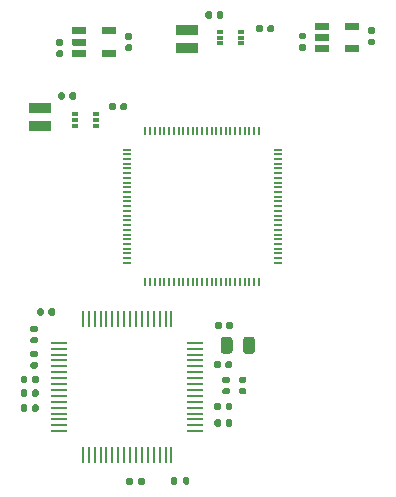
<source format=gtp>
G04 #@! TF.GenerationSoftware,KiCad,Pcbnew,(5.1.10)-1*
G04 #@! TF.CreationDate,2022-03-04T01:02:40-08:00*
G04 #@! TF.ProjectId,Chekov,4368656b-6f76-42e6-9b69-6361645f7063,rev?*
G04 #@! TF.SameCoordinates,Original*
G04 #@! TF.FileFunction,Paste,Top*
G04 #@! TF.FilePolarity,Positive*
%FSLAX46Y46*%
G04 Gerber Fmt 4.6, Leading zero omitted, Abs format (unit mm)*
G04 Created by KiCad (PCBNEW (5.1.10)-1) date 2022-03-04 01:02:40*
%MOMM*%
%LPD*%
G01*
G04 APERTURE LIST*
%ADD10O,0.200000X0.800000*%
%ADD11O,0.800000X0.200000*%
%ADD12R,1.346200X0.279400*%
%ADD13R,0.279400X1.346200*%
%ADD14R,0.500000X0.300000*%
%ADD15R,1.900000X0.850000*%
G04 APERTURE END LIST*
G04 #@! TO.C,R2*
G36*
G01*
X91113580Y-92120300D02*
X91113580Y-91750300D01*
G75*
G02*
X91248580Y-91615300I135000J0D01*
G01*
X91518580Y-91615300D01*
G75*
G02*
X91653580Y-91750300I0J-135000D01*
G01*
X91653580Y-92120300D01*
G75*
G02*
X91518580Y-92255300I-135000J0D01*
G01*
X91248580Y-92255300D01*
G75*
G02*
X91113580Y-92120300I0J135000D01*
G01*
G37*
G36*
G01*
X90093580Y-92120300D02*
X90093580Y-91750300D01*
G75*
G02*
X90228580Y-91615300I135000J0D01*
G01*
X90498580Y-91615300D01*
G75*
G02*
X90633580Y-91750300I0J-135000D01*
G01*
X90633580Y-92120300D01*
G75*
G02*
X90498580Y-92255300I-135000J0D01*
G01*
X90228580Y-92255300D01*
G75*
G02*
X90093580Y-92120300I0J135000D01*
G01*
G37*
G04 #@! TD*
G04 #@! TO.C,R1*
G36*
G01*
X94903260Y-92072040D02*
X94903260Y-91702040D01*
G75*
G02*
X95038260Y-91567040I135000J0D01*
G01*
X95308260Y-91567040D01*
G75*
G02*
X95443260Y-91702040I0J-135000D01*
G01*
X95443260Y-92072040D01*
G75*
G02*
X95308260Y-92207040I-135000J0D01*
G01*
X95038260Y-92207040D01*
G75*
G02*
X94903260Y-92072040I0J135000D01*
G01*
G37*
G36*
G01*
X93883260Y-92072040D02*
X93883260Y-91702040D01*
G75*
G02*
X94018260Y-91567040I135000J0D01*
G01*
X94288260Y-91567040D01*
G75*
G02*
X94423260Y-91702040I0J-135000D01*
G01*
X94423260Y-92072040D01*
G75*
G02*
X94288260Y-92207040I-135000J0D01*
G01*
X94018260Y-92207040D01*
G75*
G02*
X93883260Y-92072040I0J135000D01*
G01*
G37*
G04 #@! TD*
G04 #@! TO.C,C4*
G36*
G01*
X97764000Y-52621000D02*
X97764000Y-52281000D01*
G75*
G02*
X97904000Y-52141000I140000J0D01*
G01*
X98184000Y-52141000D01*
G75*
G02*
X98324000Y-52281000I0J-140000D01*
G01*
X98324000Y-52621000D01*
G75*
G02*
X98184000Y-52761000I-140000J0D01*
G01*
X97904000Y-52761000D01*
G75*
G02*
X97764000Y-52621000I0J140000D01*
G01*
G37*
G36*
G01*
X96804000Y-52621000D02*
X96804000Y-52281000D01*
G75*
G02*
X96944000Y-52141000I140000J0D01*
G01*
X97224000Y-52141000D01*
G75*
G02*
X97364000Y-52281000I0J-140000D01*
G01*
X97364000Y-52621000D01*
G75*
G02*
X97224000Y-52761000I-140000J0D01*
G01*
X96944000Y-52761000D01*
G75*
G02*
X96804000Y-52621000I0J140000D01*
G01*
G37*
G04 #@! TD*
G04 #@! TO.C,C8*
G36*
G01*
X99092600Y-79938860D02*
X99092600Y-80888860D01*
G75*
G02*
X98842600Y-81138860I-250000J0D01*
G01*
X98342600Y-81138860D01*
G75*
G02*
X98092600Y-80888860I0J250000D01*
G01*
X98092600Y-79938860D01*
G75*
G02*
X98342600Y-79688860I250000J0D01*
G01*
X98842600Y-79688860D01*
G75*
G02*
X99092600Y-79938860I0J-250000D01*
G01*
G37*
G36*
G01*
X100992600Y-79938860D02*
X100992600Y-80888860D01*
G75*
G02*
X100742600Y-81138860I-250000J0D01*
G01*
X100242600Y-81138860D01*
G75*
G02*
X99992600Y-80888860I0J250000D01*
G01*
X99992600Y-79938860D01*
G75*
G02*
X100242600Y-79688860I250000J0D01*
G01*
X100742600Y-79688860D01*
G75*
G02*
X100992600Y-79938860I0J-250000D01*
G01*
G37*
G04 #@! TD*
D10*
G04 #@! TO.C,U6*
X91720000Y-62238000D03*
X92120000Y-62238000D03*
X92520000Y-62238000D03*
X92920000Y-62238000D03*
X93320000Y-62238000D03*
X93720000Y-62238000D03*
X94120000Y-62238000D03*
X94520000Y-62238000D03*
X94920000Y-62238000D03*
X95320000Y-62238000D03*
X95720000Y-62238000D03*
X96120000Y-62238000D03*
X96520000Y-62238000D03*
X96920000Y-62238000D03*
X97320000Y-62238000D03*
X97720000Y-62238000D03*
X98120000Y-62238000D03*
X98520000Y-62238000D03*
X98920000Y-62238000D03*
X99320000Y-62238000D03*
X99720000Y-62238000D03*
X100120000Y-62238000D03*
X100520000Y-62238000D03*
X100920000Y-62238000D03*
X101320000Y-62238000D03*
D11*
X102920000Y-63838000D03*
X102920000Y-64238000D03*
X102920000Y-64638000D03*
X102920000Y-65038000D03*
X102920000Y-65438000D03*
X102920000Y-65838000D03*
X102920000Y-66238000D03*
X102920000Y-66638000D03*
X102920000Y-67038000D03*
X102920000Y-67438000D03*
X102920000Y-67838000D03*
X102920000Y-68238000D03*
X102920000Y-68638000D03*
X102920000Y-69038000D03*
X102920000Y-69438000D03*
X102920000Y-69838000D03*
X102920000Y-70238000D03*
X102920000Y-70638000D03*
X102920000Y-71038000D03*
X102920000Y-71438000D03*
X102920000Y-71838000D03*
X102920000Y-72238000D03*
X102920000Y-72638000D03*
X102920000Y-73038000D03*
X102920000Y-73438000D03*
D10*
X101320000Y-75038000D03*
X100920000Y-75038000D03*
X100520000Y-75038000D03*
X100120000Y-75038000D03*
X99720000Y-75038000D03*
X99320000Y-75038000D03*
X98920000Y-75038000D03*
X98520000Y-75038000D03*
X98120000Y-75038000D03*
X97720000Y-75038000D03*
X97320000Y-75038000D03*
X96920000Y-75038000D03*
X96520000Y-75038000D03*
X96120000Y-75038000D03*
X95720000Y-75038000D03*
X95320000Y-75038000D03*
X94920000Y-75038000D03*
X94520000Y-75038000D03*
X94120000Y-75038000D03*
X93720000Y-75038000D03*
X93320000Y-75038000D03*
X92920000Y-75038000D03*
X92520000Y-75038000D03*
X92120000Y-75038000D03*
X91720000Y-75038000D03*
D11*
X90120000Y-73438000D03*
X90120000Y-73038000D03*
X90120000Y-72638000D03*
X90120000Y-72238000D03*
X90120000Y-71838000D03*
X90120000Y-71438000D03*
X90120000Y-71038000D03*
X90120000Y-70638000D03*
X90120000Y-70238000D03*
X90120000Y-69838000D03*
X90120000Y-69438000D03*
X90120000Y-69038000D03*
X90120000Y-68638000D03*
X90120000Y-68238000D03*
X90120000Y-67838000D03*
X90120000Y-67438000D03*
X90120000Y-67038000D03*
X90120000Y-66638000D03*
X90120000Y-66238000D03*
X90120000Y-65838000D03*
X90120000Y-65438000D03*
X90120000Y-65038000D03*
X90120000Y-64638000D03*
X90120000Y-64238000D03*
X90120000Y-63838000D03*
G04 #@! TD*
G04 #@! TO.C,U5*
G36*
G01*
X108600000Y-53659700D02*
X108600000Y-53152300D01*
G75*
G02*
X108641300Y-53111000I41300J0D01*
G01*
X109768700Y-53111000D01*
G75*
G02*
X109810000Y-53152300I0J-41300D01*
G01*
X109810000Y-53659700D01*
G75*
G02*
X109768700Y-53701000I-41300J0D01*
G01*
X108641300Y-53701000D01*
G75*
G02*
X108600000Y-53659700I0J41300D01*
G01*
G37*
G36*
G01*
X108600000Y-55559700D02*
X108600000Y-55052300D01*
G75*
G02*
X108641300Y-55011000I41300J0D01*
G01*
X109768700Y-55011000D01*
G75*
G02*
X109810000Y-55052300I0J-41300D01*
G01*
X109810000Y-55559700D01*
G75*
G02*
X109768700Y-55601000I-41300J0D01*
G01*
X108641300Y-55601000D01*
G75*
G02*
X108600000Y-55559700I0J41300D01*
G01*
G37*
G36*
G01*
X106090000Y-55559700D02*
X106090000Y-55052300D01*
G75*
G02*
X106131300Y-55011000I41300J0D01*
G01*
X107258700Y-55011000D01*
G75*
G02*
X107300000Y-55052300I0J-41300D01*
G01*
X107300000Y-55559700D01*
G75*
G02*
X107258700Y-55601000I-41300J0D01*
G01*
X106131300Y-55601000D01*
G75*
G02*
X106090000Y-55559700I0J41300D01*
G01*
G37*
G36*
G01*
X106090000Y-54609700D02*
X106090000Y-54102300D01*
G75*
G02*
X106131300Y-54061000I41300J0D01*
G01*
X107258700Y-54061000D01*
G75*
G02*
X107300000Y-54102300I0J-41300D01*
G01*
X107300000Y-54609700D01*
G75*
G02*
X107258700Y-54651000I-41300J0D01*
G01*
X106131300Y-54651000D01*
G75*
G02*
X106090000Y-54609700I0J41300D01*
G01*
G37*
G36*
G01*
X106090000Y-53659700D02*
X106090000Y-53152300D01*
G75*
G02*
X106131300Y-53111000I41300J0D01*
G01*
X107258700Y-53111000D01*
G75*
G02*
X107300000Y-53152300I0J-41300D01*
G01*
X107300000Y-53659700D01*
G75*
G02*
X107258700Y-53701000I-41300J0D01*
G01*
X106131300Y-53701000D01*
G75*
G02*
X106090000Y-53659700I0J41300D01*
G01*
G37*
G04 #@! TD*
D12*
G04 #@! TO.C,U4*
X84391500Y-87697000D03*
X84391500Y-87197001D03*
X84391500Y-86697000D03*
X84391500Y-86197001D03*
X84391500Y-85696999D03*
X84391500Y-85197000D03*
X84391500Y-84697001D03*
X84391500Y-84197000D03*
X84391500Y-83697000D03*
X84391500Y-83196999D03*
X84391500Y-82697000D03*
X84391500Y-82197001D03*
X84391500Y-81696999D03*
X84391500Y-81197000D03*
X84391500Y-80696999D03*
X84391500Y-80197000D03*
D13*
X86420000Y-78168500D03*
X86919999Y-78168500D03*
X87420000Y-78168500D03*
X87919999Y-78168500D03*
X88420001Y-78168500D03*
X88920000Y-78168500D03*
X89419999Y-78168500D03*
X89920000Y-78168500D03*
X90420000Y-78168500D03*
X90920001Y-78168500D03*
X91420000Y-78168500D03*
X91919999Y-78168500D03*
X92420001Y-78168500D03*
X92920000Y-78168500D03*
X93420001Y-78168500D03*
X93920000Y-78168500D03*
D12*
X95948500Y-80197000D03*
X95948500Y-80696999D03*
X95948500Y-81197000D03*
X95948500Y-81696999D03*
X95948500Y-82197001D03*
X95948500Y-82697000D03*
X95948500Y-83196999D03*
X95948500Y-83697000D03*
X95948500Y-84197000D03*
X95948500Y-84697001D03*
X95948500Y-85197000D03*
X95948500Y-85696999D03*
X95948500Y-86197001D03*
X95948500Y-86697000D03*
X95948500Y-87197001D03*
X95948500Y-87697000D03*
D13*
X93920000Y-89725500D03*
X93420001Y-89725500D03*
X92920000Y-89725500D03*
X92420001Y-89725500D03*
X91919999Y-89725500D03*
X91420000Y-89725500D03*
X90920001Y-89725500D03*
X90420000Y-89725500D03*
X89920000Y-89725500D03*
X89419999Y-89725500D03*
X88920000Y-89725500D03*
X88420001Y-89725500D03*
X87919999Y-89725500D03*
X87420000Y-89725500D03*
X86919999Y-89725500D03*
X86420000Y-89725500D03*
G04 #@! TD*
G04 #@! TO.C,U3*
G36*
G01*
X88026000Y-54040700D02*
X88026000Y-53533300D01*
G75*
G02*
X88067300Y-53492000I41300J0D01*
G01*
X89194700Y-53492000D01*
G75*
G02*
X89236000Y-53533300I0J-41300D01*
G01*
X89236000Y-54040700D01*
G75*
G02*
X89194700Y-54082000I-41300J0D01*
G01*
X88067300Y-54082000D01*
G75*
G02*
X88026000Y-54040700I0J41300D01*
G01*
G37*
G36*
G01*
X88026000Y-55940700D02*
X88026000Y-55433300D01*
G75*
G02*
X88067300Y-55392000I41300J0D01*
G01*
X89194700Y-55392000D01*
G75*
G02*
X89236000Y-55433300I0J-41300D01*
G01*
X89236000Y-55940700D01*
G75*
G02*
X89194700Y-55982000I-41300J0D01*
G01*
X88067300Y-55982000D01*
G75*
G02*
X88026000Y-55940700I0J41300D01*
G01*
G37*
G36*
G01*
X85516000Y-55940700D02*
X85516000Y-55433300D01*
G75*
G02*
X85557300Y-55392000I41300J0D01*
G01*
X86684700Y-55392000D01*
G75*
G02*
X86726000Y-55433300I0J-41300D01*
G01*
X86726000Y-55940700D01*
G75*
G02*
X86684700Y-55982000I-41300J0D01*
G01*
X85557300Y-55982000D01*
G75*
G02*
X85516000Y-55940700I0J41300D01*
G01*
G37*
G36*
G01*
X85516000Y-54990700D02*
X85516000Y-54483300D01*
G75*
G02*
X85557300Y-54442000I41300J0D01*
G01*
X86684700Y-54442000D01*
G75*
G02*
X86726000Y-54483300I0J-41300D01*
G01*
X86726000Y-54990700D01*
G75*
G02*
X86684700Y-55032000I-41300J0D01*
G01*
X85557300Y-55032000D01*
G75*
G02*
X85516000Y-54990700I0J41300D01*
G01*
G37*
G36*
G01*
X85516000Y-54040700D02*
X85516000Y-53533300D01*
G75*
G02*
X85557300Y-53492000I41300J0D01*
G01*
X86684700Y-53492000D01*
G75*
G02*
X86726000Y-53533300I0J-41300D01*
G01*
X86726000Y-54040700D01*
G75*
G02*
X86684700Y-54082000I-41300J0D01*
G01*
X85557300Y-54082000D01*
G75*
G02*
X85516000Y-54040700I0J41300D01*
G01*
G37*
G04 #@! TD*
D14*
G04 #@! TO.C,U2*
X99833000Y-53856000D03*
X99833000Y-54356000D03*
X99833000Y-54856000D03*
X98033000Y-54856000D03*
X98033000Y-54356000D03*
X98033000Y-53856000D03*
G04 #@! TD*
G04 #@! TO.C,U1*
X87514000Y-60841000D03*
X87514000Y-61341000D03*
X87514000Y-61841000D03*
X85714000Y-61841000D03*
X85714000Y-61341000D03*
X85714000Y-60841000D03*
G04 #@! TD*
D15*
G04 #@! TO.C,L2*
X95250000Y-55208000D03*
X95250000Y-53758000D03*
G04 #@! TD*
G04 #@! TO.C,L1*
X82767000Y-61812000D03*
X82767000Y-60362000D03*
G04 #@! TD*
G04 #@! TO.C,C21*
G36*
G01*
X111041000Y-54057000D02*
X110701000Y-54057000D01*
G75*
G02*
X110561000Y-53917000I0J140000D01*
G01*
X110561000Y-53637000D01*
G75*
G02*
X110701000Y-53497000I140000J0D01*
G01*
X111041000Y-53497000D01*
G75*
G02*
X111181000Y-53637000I0J-140000D01*
G01*
X111181000Y-53917000D01*
G75*
G02*
X111041000Y-54057000I-140000J0D01*
G01*
G37*
G36*
G01*
X111041000Y-55017000D02*
X110701000Y-55017000D01*
G75*
G02*
X110561000Y-54877000I0J140000D01*
G01*
X110561000Y-54597000D01*
G75*
G02*
X110701000Y-54457000I140000J0D01*
G01*
X111041000Y-54457000D01*
G75*
G02*
X111181000Y-54597000I0J-140000D01*
G01*
X111181000Y-54877000D01*
G75*
G02*
X111041000Y-55017000I-140000J0D01*
G01*
G37*
G04 #@! TD*
G04 #@! TO.C,C20*
G36*
G01*
X81715000Y-84285000D02*
X81715000Y-84625000D01*
G75*
G02*
X81575000Y-84765000I-140000J0D01*
G01*
X81295000Y-84765000D01*
G75*
G02*
X81155000Y-84625000I0J140000D01*
G01*
X81155000Y-84285000D01*
G75*
G02*
X81295000Y-84145000I140000J0D01*
G01*
X81575000Y-84145000D01*
G75*
G02*
X81715000Y-84285000I0J-140000D01*
G01*
G37*
G36*
G01*
X82675000Y-84285000D02*
X82675000Y-84625000D01*
G75*
G02*
X82535000Y-84765000I-140000J0D01*
G01*
X82255000Y-84765000D01*
G75*
G02*
X82115000Y-84625000I0J140000D01*
G01*
X82115000Y-84285000D01*
G75*
G02*
X82255000Y-84145000I140000J0D01*
G01*
X82535000Y-84145000D01*
G75*
G02*
X82675000Y-84285000I0J-140000D01*
G01*
G37*
G04 #@! TD*
G04 #@! TO.C,C19*
G36*
G01*
X81715000Y-83142000D02*
X81715000Y-83482000D01*
G75*
G02*
X81575000Y-83622000I-140000J0D01*
G01*
X81295000Y-83622000D01*
G75*
G02*
X81155000Y-83482000I0J140000D01*
G01*
X81155000Y-83142000D01*
G75*
G02*
X81295000Y-83002000I140000J0D01*
G01*
X81575000Y-83002000D01*
G75*
G02*
X81715000Y-83142000I0J-140000D01*
G01*
G37*
G36*
G01*
X82675000Y-83142000D02*
X82675000Y-83482000D01*
G75*
G02*
X82535000Y-83622000I-140000J0D01*
G01*
X82255000Y-83622000D01*
G75*
G02*
X82115000Y-83482000I0J140000D01*
G01*
X82115000Y-83142000D01*
G75*
G02*
X82255000Y-83002000I140000J0D01*
G01*
X82535000Y-83002000D01*
G75*
G02*
X82675000Y-83142000I0J-140000D01*
G01*
G37*
G04 #@! TD*
G04 #@! TO.C,C18*
G36*
G01*
X83112000Y-77427000D02*
X83112000Y-77767000D01*
G75*
G02*
X82972000Y-77907000I-140000J0D01*
G01*
X82692000Y-77907000D01*
G75*
G02*
X82552000Y-77767000I0J140000D01*
G01*
X82552000Y-77427000D01*
G75*
G02*
X82692000Y-77287000I140000J0D01*
G01*
X82972000Y-77287000D01*
G75*
G02*
X83112000Y-77427000I0J-140000D01*
G01*
G37*
G36*
G01*
X84072000Y-77427000D02*
X84072000Y-77767000D01*
G75*
G02*
X83932000Y-77907000I-140000J0D01*
G01*
X83652000Y-77907000D01*
G75*
G02*
X83512000Y-77767000I0J140000D01*
G01*
X83512000Y-77427000D01*
G75*
G02*
X83652000Y-77287000I140000J0D01*
G01*
X83932000Y-77287000D01*
G75*
G02*
X84072000Y-77427000I0J-140000D01*
G01*
G37*
G04 #@! TD*
G04 #@! TO.C,C17*
G36*
G01*
X82126000Y-79702000D02*
X82466000Y-79702000D01*
G75*
G02*
X82606000Y-79842000I0J-140000D01*
G01*
X82606000Y-80122000D01*
G75*
G02*
X82466000Y-80262000I-140000J0D01*
G01*
X82126000Y-80262000D01*
G75*
G02*
X81986000Y-80122000I0J140000D01*
G01*
X81986000Y-79842000D01*
G75*
G02*
X82126000Y-79702000I140000J0D01*
G01*
G37*
G36*
G01*
X82126000Y-78742000D02*
X82466000Y-78742000D01*
G75*
G02*
X82606000Y-78882000I0J-140000D01*
G01*
X82606000Y-79162000D01*
G75*
G02*
X82466000Y-79302000I-140000J0D01*
G01*
X82126000Y-79302000D01*
G75*
G02*
X81986000Y-79162000I0J140000D01*
G01*
X81986000Y-78882000D01*
G75*
G02*
X82126000Y-78742000I140000J0D01*
G01*
G37*
G04 #@! TD*
G04 #@! TO.C,C16*
G36*
G01*
X81715000Y-85555000D02*
X81715000Y-85895000D01*
G75*
G02*
X81575000Y-86035000I-140000J0D01*
G01*
X81295000Y-86035000D01*
G75*
G02*
X81155000Y-85895000I0J140000D01*
G01*
X81155000Y-85555000D01*
G75*
G02*
X81295000Y-85415000I140000J0D01*
G01*
X81575000Y-85415000D01*
G75*
G02*
X81715000Y-85555000I0J-140000D01*
G01*
G37*
G36*
G01*
X82675000Y-85555000D02*
X82675000Y-85895000D01*
G75*
G02*
X82535000Y-86035000I-140000J0D01*
G01*
X82255000Y-86035000D01*
G75*
G02*
X82115000Y-85895000I0J140000D01*
G01*
X82115000Y-85555000D01*
G75*
G02*
X82255000Y-85415000I140000J0D01*
G01*
X82535000Y-85415000D01*
G75*
G02*
X82675000Y-85555000I0J-140000D01*
G01*
G37*
G04 #@! TD*
G04 #@! TO.C,C15*
G36*
G01*
X82466000Y-81433000D02*
X82126000Y-81433000D01*
G75*
G02*
X81986000Y-81293000I0J140000D01*
G01*
X81986000Y-81013000D01*
G75*
G02*
X82126000Y-80873000I140000J0D01*
G01*
X82466000Y-80873000D01*
G75*
G02*
X82606000Y-81013000I0J-140000D01*
G01*
X82606000Y-81293000D01*
G75*
G02*
X82466000Y-81433000I-140000J0D01*
G01*
G37*
G36*
G01*
X82466000Y-82393000D02*
X82126000Y-82393000D01*
G75*
G02*
X81986000Y-82253000I0J140000D01*
G01*
X81986000Y-81973000D01*
G75*
G02*
X82126000Y-81833000I140000J0D01*
G01*
X82466000Y-81833000D01*
G75*
G02*
X82606000Y-81973000I0J-140000D01*
G01*
X82606000Y-82253000D01*
G75*
G02*
X82466000Y-82393000I-140000J0D01*
G01*
G37*
G04 #@! TD*
G04 #@! TO.C,C14*
G36*
G01*
X105199000Y-54509000D02*
X104859000Y-54509000D01*
G75*
G02*
X104719000Y-54369000I0J140000D01*
G01*
X104719000Y-54089000D01*
G75*
G02*
X104859000Y-53949000I140000J0D01*
G01*
X105199000Y-53949000D01*
G75*
G02*
X105339000Y-54089000I0J-140000D01*
G01*
X105339000Y-54369000D01*
G75*
G02*
X105199000Y-54509000I-140000J0D01*
G01*
G37*
G36*
G01*
X105199000Y-55469000D02*
X104859000Y-55469000D01*
G75*
G02*
X104719000Y-55329000I0J140000D01*
G01*
X104719000Y-55049000D01*
G75*
G02*
X104859000Y-54909000I140000J0D01*
G01*
X105199000Y-54909000D01*
G75*
G02*
X105339000Y-55049000I0J-140000D01*
G01*
X105339000Y-55329000D01*
G75*
G02*
X105199000Y-55469000I-140000J0D01*
G01*
G37*
G04 #@! TD*
G04 #@! TO.C,C13*
G36*
G01*
X90467000Y-54537000D02*
X90127000Y-54537000D01*
G75*
G02*
X89987000Y-54397000I0J140000D01*
G01*
X89987000Y-54117000D01*
G75*
G02*
X90127000Y-53977000I140000J0D01*
G01*
X90467000Y-53977000D01*
G75*
G02*
X90607000Y-54117000I0J-140000D01*
G01*
X90607000Y-54397000D01*
G75*
G02*
X90467000Y-54537000I-140000J0D01*
G01*
G37*
G36*
G01*
X90467000Y-55497000D02*
X90127000Y-55497000D01*
G75*
G02*
X89987000Y-55357000I0J140000D01*
G01*
X89987000Y-55077000D01*
G75*
G02*
X90127000Y-54937000I140000J0D01*
G01*
X90467000Y-54937000D01*
G75*
G02*
X90607000Y-55077000I0J-140000D01*
G01*
X90607000Y-55357000D01*
G75*
G02*
X90467000Y-55497000I-140000J0D01*
G01*
G37*
G04 #@! TD*
G04 #@! TO.C,C12*
G36*
G01*
X98722000Y-83620000D02*
X98382000Y-83620000D01*
G75*
G02*
X98242000Y-83480000I0J140000D01*
G01*
X98242000Y-83200000D01*
G75*
G02*
X98382000Y-83060000I140000J0D01*
G01*
X98722000Y-83060000D01*
G75*
G02*
X98862000Y-83200000I0J-140000D01*
G01*
X98862000Y-83480000D01*
G75*
G02*
X98722000Y-83620000I-140000J0D01*
G01*
G37*
G36*
G01*
X98722000Y-84580000D02*
X98382000Y-84580000D01*
G75*
G02*
X98242000Y-84440000I0J140000D01*
G01*
X98242000Y-84160000D01*
G75*
G02*
X98382000Y-84020000I140000J0D01*
G01*
X98722000Y-84020000D01*
G75*
G02*
X98862000Y-84160000I0J-140000D01*
G01*
X98862000Y-84440000D01*
G75*
G02*
X98722000Y-84580000I-140000J0D01*
G01*
G37*
G04 #@! TD*
G04 #@! TO.C,C11*
G36*
G01*
X98526000Y-87165000D02*
X98526000Y-86825000D01*
G75*
G02*
X98666000Y-86685000I140000J0D01*
G01*
X98946000Y-86685000D01*
G75*
G02*
X99086000Y-86825000I0J-140000D01*
G01*
X99086000Y-87165000D01*
G75*
G02*
X98946000Y-87305000I-140000J0D01*
G01*
X98666000Y-87305000D01*
G75*
G02*
X98526000Y-87165000I0J140000D01*
G01*
G37*
G36*
G01*
X97566000Y-87165000D02*
X97566000Y-86825000D01*
G75*
G02*
X97706000Y-86685000I140000J0D01*
G01*
X97986000Y-86685000D01*
G75*
G02*
X98126000Y-86825000I0J-140000D01*
G01*
X98126000Y-87165000D01*
G75*
G02*
X97986000Y-87305000I-140000J0D01*
G01*
X97706000Y-87305000D01*
G75*
G02*
X97566000Y-87165000I0J140000D01*
G01*
G37*
G04 #@! TD*
G04 #@! TO.C,C10*
G36*
G01*
X98526000Y-85768000D02*
X98526000Y-85428000D01*
G75*
G02*
X98666000Y-85288000I140000J0D01*
G01*
X98946000Y-85288000D01*
G75*
G02*
X99086000Y-85428000I0J-140000D01*
G01*
X99086000Y-85768000D01*
G75*
G02*
X98946000Y-85908000I-140000J0D01*
G01*
X98666000Y-85908000D01*
G75*
G02*
X98526000Y-85768000I0J140000D01*
G01*
G37*
G36*
G01*
X97566000Y-85768000D02*
X97566000Y-85428000D01*
G75*
G02*
X97706000Y-85288000I140000J0D01*
G01*
X97986000Y-85288000D01*
G75*
G02*
X98126000Y-85428000I0J-140000D01*
G01*
X98126000Y-85768000D01*
G75*
G02*
X97986000Y-85908000I-140000J0D01*
G01*
X97706000Y-85908000D01*
G75*
G02*
X97566000Y-85768000I0J140000D01*
G01*
G37*
G04 #@! TD*
G04 #@! TO.C,C9*
G36*
G01*
X98174200Y-78570000D02*
X98174200Y-78910000D01*
G75*
G02*
X98034200Y-79050000I-140000J0D01*
G01*
X97754200Y-79050000D01*
G75*
G02*
X97614200Y-78910000I0J140000D01*
G01*
X97614200Y-78570000D01*
G75*
G02*
X97754200Y-78430000I140000J0D01*
G01*
X98034200Y-78430000D01*
G75*
G02*
X98174200Y-78570000I0J-140000D01*
G01*
G37*
G36*
G01*
X99134200Y-78570000D02*
X99134200Y-78910000D01*
G75*
G02*
X98994200Y-79050000I-140000J0D01*
G01*
X98714200Y-79050000D01*
G75*
G02*
X98574200Y-78910000I0J140000D01*
G01*
X98574200Y-78570000D01*
G75*
G02*
X98714200Y-78430000I140000J0D01*
G01*
X98994200Y-78430000D01*
G75*
G02*
X99134200Y-78570000I0J-140000D01*
G01*
G37*
G04 #@! TD*
G04 #@! TO.C,C7*
G36*
G01*
X98098000Y-81872000D02*
X98098000Y-82212000D01*
G75*
G02*
X97958000Y-82352000I-140000J0D01*
G01*
X97678000Y-82352000D01*
G75*
G02*
X97538000Y-82212000I0J140000D01*
G01*
X97538000Y-81872000D01*
G75*
G02*
X97678000Y-81732000I140000J0D01*
G01*
X97958000Y-81732000D01*
G75*
G02*
X98098000Y-81872000I0J-140000D01*
G01*
G37*
G36*
G01*
X99058000Y-81872000D02*
X99058000Y-82212000D01*
G75*
G02*
X98918000Y-82352000I-140000J0D01*
G01*
X98638000Y-82352000D01*
G75*
G02*
X98498000Y-82212000I0J140000D01*
G01*
X98498000Y-81872000D01*
G75*
G02*
X98638000Y-81732000I140000J0D01*
G01*
X98918000Y-81732000D01*
G75*
G02*
X99058000Y-81872000I0J-140000D01*
G01*
G37*
G04 #@! TD*
G04 #@! TO.C,C6*
G36*
G01*
X100119000Y-83620000D02*
X99779000Y-83620000D01*
G75*
G02*
X99639000Y-83480000I0J140000D01*
G01*
X99639000Y-83200000D01*
G75*
G02*
X99779000Y-83060000I140000J0D01*
G01*
X100119000Y-83060000D01*
G75*
G02*
X100259000Y-83200000I0J-140000D01*
G01*
X100259000Y-83480000D01*
G75*
G02*
X100119000Y-83620000I-140000J0D01*
G01*
G37*
G36*
G01*
X100119000Y-84580000D02*
X99779000Y-84580000D01*
G75*
G02*
X99639000Y-84440000I0J140000D01*
G01*
X99639000Y-84160000D01*
G75*
G02*
X99779000Y-84020000I140000J0D01*
G01*
X100119000Y-84020000D01*
G75*
G02*
X100259000Y-84160000I0J-140000D01*
G01*
X100259000Y-84440000D01*
G75*
G02*
X100119000Y-84580000I-140000J0D01*
G01*
G37*
G04 #@! TD*
G04 #@! TO.C,C5*
G36*
G01*
X84625000Y-55045000D02*
X84285000Y-55045000D01*
G75*
G02*
X84145000Y-54905000I0J140000D01*
G01*
X84145000Y-54625000D01*
G75*
G02*
X84285000Y-54485000I140000J0D01*
G01*
X84625000Y-54485000D01*
G75*
G02*
X84765000Y-54625000I0J-140000D01*
G01*
X84765000Y-54905000D01*
G75*
G02*
X84625000Y-55045000I-140000J0D01*
G01*
G37*
G36*
G01*
X84625000Y-56005000D02*
X84285000Y-56005000D01*
G75*
G02*
X84145000Y-55865000I0J140000D01*
G01*
X84145000Y-55585000D01*
G75*
G02*
X84285000Y-55445000I140000J0D01*
G01*
X84625000Y-55445000D01*
G75*
G02*
X84765000Y-55585000I0J-140000D01*
G01*
X84765000Y-55865000D01*
G75*
G02*
X84625000Y-56005000I-140000J0D01*
G01*
G37*
G04 #@! TD*
G04 #@! TO.C,C3*
G36*
G01*
X85290000Y-59479000D02*
X85290000Y-59139000D01*
G75*
G02*
X85430000Y-58999000I140000J0D01*
G01*
X85710000Y-58999000D01*
G75*
G02*
X85850000Y-59139000I0J-140000D01*
G01*
X85850000Y-59479000D01*
G75*
G02*
X85710000Y-59619000I-140000J0D01*
G01*
X85430000Y-59619000D01*
G75*
G02*
X85290000Y-59479000I0J140000D01*
G01*
G37*
G36*
G01*
X84330000Y-59479000D02*
X84330000Y-59139000D01*
G75*
G02*
X84470000Y-58999000I140000J0D01*
G01*
X84750000Y-58999000D01*
G75*
G02*
X84890000Y-59139000I0J-140000D01*
G01*
X84890000Y-59479000D01*
G75*
G02*
X84750000Y-59619000I-140000J0D01*
G01*
X84470000Y-59619000D01*
G75*
G02*
X84330000Y-59479000I0J140000D01*
G01*
G37*
G04 #@! TD*
G04 #@! TO.C,C2*
G36*
G01*
X102054000Y-53764000D02*
X102054000Y-53424000D01*
G75*
G02*
X102194000Y-53284000I140000J0D01*
G01*
X102474000Y-53284000D01*
G75*
G02*
X102614000Y-53424000I0J-140000D01*
G01*
X102614000Y-53764000D01*
G75*
G02*
X102474000Y-53904000I-140000J0D01*
G01*
X102194000Y-53904000D01*
G75*
G02*
X102054000Y-53764000I0J140000D01*
G01*
G37*
G36*
G01*
X101094000Y-53764000D02*
X101094000Y-53424000D01*
G75*
G02*
X101234000Y-53284000I140000J0D01*
G01*
X101514000Y-53284000D01*
G75*
G02*
X101654000Y-53424000I0J-140000D01*
G01*
X101654000Y-53764000D01*
G75*
G02*
X101514000Y-53904000I-140000J0D01*
G01*
X101234000Y-53904000D01*
G75*
G02*
X101094000Y-53764000I0J140000D01*
G01*
G37*
G04 #@! TD*
G04 #@! TO.C,C1*
G36*
G01*
X89608000Y-60368000D02*
X89608000Y-60028000D01*
G75*
G02*
X89748000Y-59888000I140000J0D01*
G01*
X90028000Y-59888000D01*
G75*
G02*
X90168000Y-60028000I0J-140000D01*
G01*
X90168000Y-60368000D01*
G75*
G02*
X90028000Y-60508000I-140000J0D01*
G01*
X89748000Y-60508000D01*
G75*
G02*
X89608000Y-60368000I0J140000D01*
G01*
G37*
G36*
G01*
X88648000Y-60368000D02*
X88648000Y-60028000D01*
G75*
G02*
X88788000Y-59888000I140000J0D01*
G01*
X89068000Y-59888000D01*
G75*
G02*
X89208000Y-60028000I0J-140000D01*
G01*
X89208000Y-60368000D01*
G75*
G02*
X89068000Y-60508000I-140000J0D01*
G01*
X88788000Y-60508000D01*
G75*
G02*
X88648000Y-60368000I0J140000D01*
G01*
G37*
G04 #@! TD*
M02*

</source>
